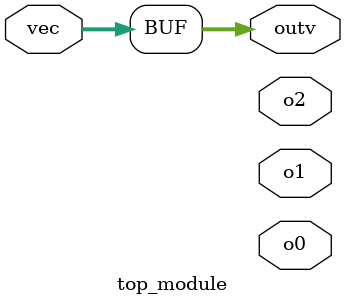
<source format=v>
module top_module ( 
    input wire [2:0] vec,
    output wire [2:0] outv,
    output wire o2,
    output wire o1,
    output wire o0  ); // Module body starts after module declaration
    assign outv=vec;
    
endmodule

</source>
